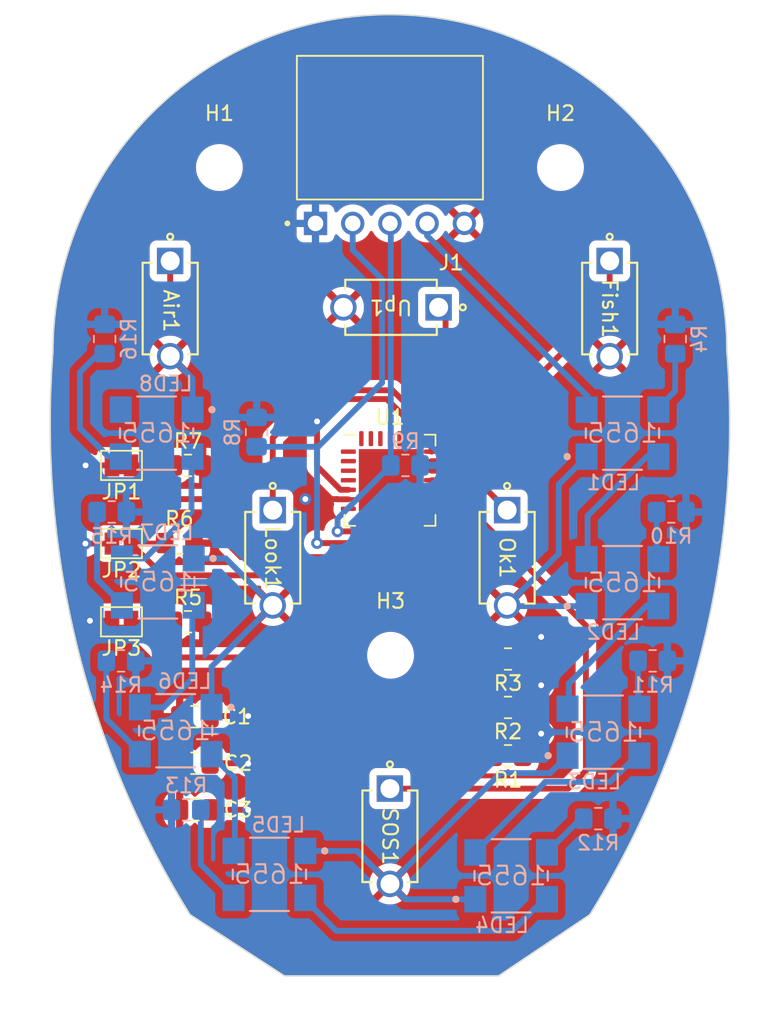
<source format=kicad_pcb>
(kicad_pcb (version 20221018) (generator pcbnew)
  (layers (0 "F.Cu" signal) (31 "B.Cu" signal) (34 "B.Paste" user) (35 "F.Paste" user) (36 "B.SilkS" user "B.Silkscreen") (37 "F.SilkS" user "F.Silkscreen") (38 "B.Mask" user) (39 "F.Mask" user) (44 "Edge.Cuts" user))
  (net 0 "")
  (net 1 "/Air")
  (net 2 "Earth")
  (net 3 "VCC")
  (net 4 "/Fish")
  (net 5 "/Look")
  (net 6 "/Ok?")
  (net 7 "Net-(U1-~{RESET})")
  (net 8 "Net-(U1-INTA)")
  (net 9 "Net-(U1-INTB)")
  (net 10 "/SDA")
  (net 11 "/SCL")
  (net 12 "/SOS")
  (net 19 "/Up")
  (net 27 "/LED_IN")
  (net 28 "Net-(JP3-A)")
  (net 29 "Net-(JP1-A)")
  (net 30 "Net-(JP2-A)")
  (net 31 "/LED_12")
  (net 32 "/LED_23")
  (net 33 "/LED_34")
  (net 34 "/LED_45")
  (net 35 "/LED_56")
  (net 36 "/LED_67")
  (net 37 "/LED_78")
  (net 39 "Net-(LED1-VDD)")
  (net 40 "Net-(LED2-VDD)")
  (net 41 "Net-(LED3-VDD)")
  (net 42 "Net-(LED4-VDD)")
  (net 43 "Net-(LED5-VDD)")
  (net 44 "Net-(LED6-VDD)")
  (net 45 "Net-(LED7-VDD)")
  (net 46 "Net-(LED8-VDD)")
  (footprint "Resistor_SMD:R_0805_2012Metric_Pad1.20x1.40mm_HandSolder" (layer "F.Cu") (at 153.392 96.825)
    (fp_text reference "R7" (at 0 -1.65) (layer "F.SilkS"))
    (fp_text value "10K")
    (pad "1" smd roundrect (at -1 0) (size 1.2 1.4) (layers "F.Cu" "F.Paste" "F.Mask") (roundrect_rratio 0.208333) (net 29 "Net-(JP1-A)"))
    (pad "2" smd roundrect (at 1 0) (size 1.2 1.4) (layers "F.Cu" "F.Paste" "F.Mask") (roundrect_rratio 0.208333) (net 2 "Earth"))
  )
  (footprint "2009_PCB:SW_TL1107-W_EWI" (layer "F.Cu") (at 159.175539 99.875901 -90)
    (fp_text reference "Look1" (at 3.250057 0 -90 unlocked) (layer "F.SilkS"))
    (fp_text value "SW_Push")
    (pad "1" thru_hole rect (at 0 0 270) (size 1.8034 1.8034) (drill 1.2954) (layers "*.Cu" "*.Mask") (net 5 "/Look"))
    (pad "2" thru_hole circle (at 6.500114 0 270) (size 1.8034 1.8034) (drill 1.2954) (layers "*.Cu" "*.Mask") (net 2 "Earth"))
  )
  (footprint "2009_PCB:SW_TL1107-W_EWI" (layer "F.Cu") (at 182.175539 82.875901 -90)
    (fp_text reference "Fish1" (at 3.250057 0 -90 unlocked) (layer "F.SilkS"))
    (fp_text value "SW_Push")
    (pad "1" thru_hole rect (at 0 0 270) (size 1.8034 1.8034) (drill 1.2954) (layers "*.Cu" "*.Mask") (net 4 "/Fish"))
    (pad "2" thru_hole circle (at 6.500114 0 270) (size 1.8034 1.8034) (drill 1.2954) (layers "*.Cu" "*.Mask") (net 2 "Earth"))
  )
  (footprint "Resistor_SMD:R_0805_2012Metric_Pad1.20x1.40mm_HandSolder" (layer "F.Cu") (at 175.236 110.033 180)
    (fp_text reference "R3" (at 0 -1.65) (layer "F.SilkS"))
    (fp_text value "10K")
    (pad "1" smd roundrect (at -1 0 180) (size 1.2 1.4) (layers "F.Cu" "F.Paste" "F.Mask") (roundrect_rratio 0.208333) (net 3 "VCC"))
    (pad "2" smd roundrect (at 1 0 180) (size 1.2 1.4) (layers "F.Cu" "F.Paste" "F.Mask") (roundrect_rratio 0.208333) (net 8 "Net-(U1-INTA)"))
  )
  (footprint "2009_PCB:SW_TL1107-W_EWI" (layer "F.Cu") (at 152.175539 82.875901 -90)
    (fp_text reference "Air1" hide)
    (fp_text value "SW_Push" hide)
    (pad "1" thru_hole rect (at 0 0 270) (size 1.8034 1.8034) (drill 1.2954) (layers "*.Cu" "*.Mask") (net 1 "/Air"))
    (pad "2" thru_hole circle (at 6.500114 0 270) (size 1.8034 1.8034) (drill 1.2954) (layers "*.Cu" "*.Mask") (net 2 "Earth"))
  )
  (footprint "Package_DFN_QFN:QFN-28-1EP_6x6mm_P0.65mm_EP4.25x4.25mm" (layer "F.Cu") (at 167.1755 97.8375)
    (fp_text reference "U1" (at 0 -4.3) (layer "F.SilkS"))
    (fp_text value "MCP23017_ML")
    (pad "1" smd roundrect (at -2.8375 -1.95) (size 1.025 0.3) (layers "F.Cu" "F.Paste" "F.Mask"))
    (pad "2" smd roundrect (at -2.8375 -1.3) (size 1.025 0.3) (layers "F.Cu" "F.Paste" "F.Mask"))
    (pad "3" smd roundrect (at -2.8375 -0.65) (size 1.025 0.3) (layers "F.Cu" "F.Paste" "F.Mask"))
    (pad "4" smd roundrect (at -2.8375 0) (size 1.025 0.3) (layers "F.Cu" "F.Paste" "F.Mask"))
    (pad "5" smd roundrect (at -2.8375 0.65) (size 1.025 0.3) (layers "F.Cu" "F.Paste" "F.Mask") (net 3 "VCC"))
    (pad "6" smd roundrect (at -2.8375 1.3) (size 1.025 0.3) (layers "F.Cu" "F.Paste" "F.Mask") (net 2 "Earth"))
    (pad "7" smd roundrect (at -2.8375 1.95) (size 1.025 0.3) (layers "F.Cu" "F.Paste" "F.Mask"))
    (pad "8" smd roundrect (at -1.95 2.8375) (size 0.3 1.025) (layers "F.Cu" "F.Paste" "F.Mask") (net 11 "/SCL"))
    (pad "9" smd roundrect (at -1.3 2.8375) (size 0.3 1.025) (layers "F.Cu" "F.Paste" "F.Mask") (net 10 "/SDA"))
    (pad "10" smd roundrect (at -0.65 2.8375) (size 0.3 1.025) (layers "F.Cu" "F.Paste" "F.Mask"))
    (pad "11" smd roundrect (at 0 2.8375) (size 0.3 1.025) (layers "F.Cu" "F.Paste" "F.Mask") (net 29 "Net-(JP1-A)"))
    (pad "12" smd roundrect (at 0.65 2.8375) (size 0.3 1.025) (layers "F.Cu" "F.Paste" "F.Mask") (net 30 "Net-(JP2-A)"))
    (pad "13" smd roundrect (at 1.3 2.8375) (size 0.3 1.025) (layers "F.Cu" "F.Paste" "F.Mask") (net 28 "Net-(JP3-A)"))
    (pad "14" smd roundrect (at 1.95 2.8375) (size 0.3 1.025) (layers "F.Cu" "F.Paste" "F.Mask") (net 7 "Net-(U1-~{RESET})"))
    (pad "15" smd roundrect (at 2.8375 1.95) (size 1.025 0.3) (layers "F.Cu" "F.Paste" "F.Mask") (net 9 "Net-(U1-INTB)"))
    (pad "16" smd roundrect (at 2.8375 1.3) (size 1.025 0.3) (layers "F.Cu" "F.Paste" "F.Mask") (net 8 "Net-(U1-INTA)"))
    (pad "17" smd roundrect (at 2.8375 0.65) (size 1.025 0.3) (layers "F.Cu" "F.Paste" "F.Mask") (net 12 "/SOS"))
    (pad "18" smd roundrect (at 2.8375 0) (size 1.025 0.3) (layers "F.Cu" "F.Paste" "F.Mask") (net 6 "/Ok?"))
    (pad "19" smd roundrect (at 2.8375 -0.65) (size 1.025 0.3) (layers "F.Cu" "F.Paste" "F.Mask") (net 4 "/Fish"))
    (pad "20" smd roundrect (at 2.8375 -1.3) (size 1.025 0.3) (layers "F.Cu" "F.Paste" "F.Mask") (net 19 "/Up"))
    (pad "21" smd roundrect (at 2.8375 -1.95) (size 1.025 0.3) (layers "F.Cu" "F.Paste" "F.Mask") (net 1 "/Air"))
    (pad "22" smd roundrect (at 1.95 -2.8375) (size 0.3 1.025) (layers "F.Cu" "F.Paste" "F.Mask") (net 5 "/Look"))
    (pad "23" smd roundrect (at 1.3 -2.8375) (size 0.3 1.025) (layers "F.Cu" "F.Paste" "F.Mask"))
    (pad "24" smd roundrect (at 0.65 -2.8375) (size 0.3 1.025) (layers "F.Cu" "F.Paste" "F.Mask"))
    (pad "25" smd roundrect (at 0 -2.8375) (size 0.3 1.025) (layers "F.Cu" "F.Paste" "F.Mask"))
    (pad "26" smd roundrect (at -0.65 -2.8375) (size 0.3 1.025) (layers "F.Cu" "F.Paste" "F.Mask"))
    (pad "27" smd roundrect (at -1.3 -2.8375) (size 0.3 1.025) (layers "F.Cu" "F.Paste" "F.Mask"))
    (pad "28" smd roundrect (at -1.95 -2.8375) (size 0.3 1.025) (layers "F.Cu" "F.Paste" "F.Mask"))
    (pad "29" smd rect (at 0 0) (size 4.25 4.25) (layers "F.Cu" "F.Mask"))
  )
  (footprint "MountingHole:MountingHole_2.7mm_M2.5" (layer "F.Cu") (at 178.817 76.505)
    (fp_text reference "H2" (at 0 -3.7) (layer "F.SilkS"))
    (fp_text value "MountingHole")
    (pad "" np_thru_hole circle (at 0 0) (size 2.7 2.7) (drill 2.7) (layers "*.Cu" "*.Mask"))
  )
  (footprint "2009_PCB:SW_TL1107-W_EWI" (layer "F.Cu") (at 167.175539 118.875901 -90)
    (fp_text reference "SOS1" (at 3.250057 0 -90 unlocked) (layer "F.SilkS"))
    (fp_text value "SW_Push")
    (pad "1" thru_hole rect (at 0 0 270) (size 1.8034 1.8034) (drill 1.2954) (layers "*.Cu" "*.Mask") (net 12 "/SOS"))
    (pad "2" thru_hole circle (at 6.500114 0 270) (size 1.8034 1.8034) (drill 1.2954) (layers "*.Cu" "*.Mask") (net 2 "Earth"))
  )
  (footprint "2009_PCB:SW_TL1107-W_EWI" (layer "F.Cu") (at 170.500236 86.0427 180)
    (fp_text reference "Up1" (at 3.250057 0 180 unlocked) (layer "F.SilkS"))
    (fp_text value "SW_Push")
    (pad "1" thru_hole rect (at 0 0 180) (size 1.8034 1.8034) (drill 1.2954) (layers "*.Cu" "*.Mask") (net 19 "/Up"))
    (pad "2" thru_hole circle (at 6.500114 0 180) (size 1.8034 1.8034) (drill 1.2954) (layers "*.Cu" "*.Mask") (net 2 "Earth"))
  )
  (footprint "2009_PCB:AMPHENOL_78208-105HLF" (layer "F.Cu") (at 167.175539 80.315 180)
    (fp_text reference "J1" (at -4.175 -2.68) (layer "F.SilkS"))
    (fp_text value "78208-105HLF")
    (pad "01" thru_hole rect (at 5.08 0 180) (size 1.59 1.59) (drill 1.06) (layers "*.Cu" "*.Mask") (net 3 "VCC"))
    (pad "02" thru_hole circle (at 2.54 0 180) (size 1.59 1.59) (drill 1.06) (layers "*.Cu" "*.Mask") (net 10 "/SDA"))
    (pad "03" thru_hole circle (at 0 0 180) (size 1.59 1.59) (drill 1.06) (layers "*.Cu" "*.Mask") (net 11 "/SCL"))
    (pad "04" thru_hole circle (at -2.54 0 180) (size 1.59 1.59) (drill 1.06) (layers "*.Cu" "*.Mask") (net 27 "/LED_IN"))
    (pad "05" thru_hole circle (at -5.08 0 180) (size 1.59 1.59) (drill 1.06) (layers "*.Cu" "*.Mask") (net 2 "Earth"))
  )
  (footprint "2009_PCB:SW_TL1107-W_EWI" (layer "F.Cu") (at 175.175539 99.875901 -90)
    (fp_text reference "Ok1" (at 3.250057 0 -90 unlocked) (layer "F.SilkS"))
    (fp_text value "SW_Push")
    (pad "1" thru_hole rect (at 0 0 270) (size 1.8034 1.8034) (drill 1.2954) (layers "*.Cu" "*.Mask") (net 6 "/Ok?"))
    (pad "2" thru_hole circle (at 6.500114 0 270) (size 1.8034 1.8034) (drill 1.2954) (layers "*.Cu" "*.Mask") (net 2 "Earth"))
  )
  (footprint "Jumper:SolderJumper-2_P1.3mm_Bridged2Bar_Pad1.0x1.5mm" (layer "F.Cu") (at 148.85 107.493 180)
    (fp_text reference "JP3" (at 0 -1.8) (layer "F.SilkS"))
    (fp_text value "SolderJumper_2_Open")
    (fp_poly (pts (xy -0.25 -0.6) (xy 0.25 -0.6) (xy 0.25 -0.2) (xy -0.25 -0.2)) (fill solid) (layer "F.Cu"))
    (fp_poly (pts (xy -0.25 0.2) (xy 0.25 0.2) (xy 0.25 0.6) (xy -0.25 0.6)) (fill solid) (layer "F.Cu"))
    (pad "1" smd rect (at -0.65 0 180) (size 1 1.5) (layers "F.Cu" "F.Mask") (net 28 "Net-(JP3-A)"))
    (pad "2" smd rect (at 0.65 0 180) (size 1 1.5) (layers "F.Cu" "F.Mask") (net 3 "VCC"))
  )
  (footprint "Jumper:SolderJumper-2_P1.3mm_Bridged2Bar_Pad1.0x1.5mm" (layer "F.Cu") (at 148.85 96.825 180)
    (fp_text reference "JP1" (at 0 -1.8) (layer "F.SilkS"))
    (fp_text value "SolderJumper_2_Open")
    (fp_poly (pts (xy -0.25 -0.6) (xy 0.25 -0.6) (xy 0.25 -0.2) (xy -0.25 -0.2)) (fill solid) (layer "F.Cu"))
    (fp_poly (pts (xy -0.25 0.2) (xy 0.25 0.2) (xy 0.25 0.6) (xy -0.25 0.6)) (fill solid) (layer "F.Cu"))
    (pad "1" smd rect (at -0.65 0 180) (size 1 1.5) (layers "F.Cu" "F.Mask") (net 29 "Net-(JP1-A)"))
    (pad "2" smd rect (at 0.65 0 180) (size 1 1.5) (layers "F.Cu" "F.Mask") (net 3 "VCC"))
  )
  (footprint "Resistor_SMD:R_0805_2012Metric_Pad1.20x1.40mm_HandSolder" (layer "F.Cu") (at 153.392 107.493)
    (fp_text reference "R5" (at 0 -1.65) (layer "F.SilkS"))
    (fp_text value "10K")
    (pad "1" smd roundrect (at -1 0) (size 1.2 1.4) (layers "F.Cu" "F.Paste" "F.Mask") (roundrect_rratio 0.208333) (net 28 "Net-(JP3-A)"))
    (pad "2" smd roundrect (at 1 0) (size 1.2 1.4) (layers "F.Cu" "F.Paste" "F.Mask") (roundrect_rratio 0.208333) (net 2 "Earth"))
  )
  (footprint "MountingHole:MountingHole_2.7mm_M2.5" (layer "F.Cu") (at 155.535 76.505)
    (fp_text reference "H1" (at 0 -3.7) (layer "F.SilkS"))
    (fp_text value "MountingHole")
    (pad "" np_thru_hole circle (at 0 0) (size 2.7 2.7) (drill 2.7) (layers "*.Cu" "*.Mask"))
  )
  (footprint "Capacitor_SMD:C_0805_2012Metric_Pad1.18x1.45mm_HandSolder" (layer "F.Cu") (at 153.8625 120.32 180)
    (fp_text reference "C3" (at -2.9425 0) (layer "F.SilkS"))
    (fp_text value "0.1μF")
    (pad "1" smd roundrect (at -1.0375 0 180) (size 1.175 1.45) (layers "F.Cu" "F.Paste" "F.Mask") (roundrect_rratio 0.212766) (net 3 "VCC"))
    (pad "2" smd roundrect (at 1.0375 0 180) (size 1.175 1.45) (layers "F.Cu" "F.Paste" "F.Mask") (roundrect_rratio 0.212766) (net 2 "Earth"))
  )
  (footprint "Resistor_SMD:R_0805_2012Metric_Pad1.20x1.40mm_HandSolder" (layer "F.Cu") (at 152.8 102.125)
    (fp_text reference "R6" (at 0 -1.65) (layer "F.SilkS"))
    (fp_text value "10K")
    (pad "1" smd roundrect (at -1 0) (size 1.2 1.4) (layers "F.Cu" "F.Paste" "F.Mask") (roundrect_rratio 0.208333) (net 30 "Net-(JP2-A)"))
    (pad "2" smd roundrect (at 1 0) (size 1.2 1.4) (layers "F.Cu" "F.Paste" "F.Mask") (roundrect_rratio 0.208333) (net 2 "Earth"))
  )
  (footprint "Capacitor_SMD:C_0805_2012Metric_Pad1.18x1.45mm_HandSolder" (layer "F.Cu") (at 153.8625 113.97 180)
    (fp_text reference "C1" (at -2.8585 0) (layer "F.SilkS"))
    (fp_text value "10μF")
    (pad "1" smd roundrect (at -1.0375 0 180) (size 1.175 1.45) (layers "F.Cu" "F.Paste" "F.Mask") (roundrect_rratio 0.212766) (net 3 "VCC"))
    (pad "2" smd roundrect (at 1.0375 0 180) (size 1.175 1.45) (layers "F.Cu" "F.Paste" "F.Mask") (roundrect_rratio 0.212766) (net 2 "Earth"))
  )
  (footprint "Resistor_SMD:R_0805_2012Metric_Pad1.20x1.40mm_HandSolder" (layer "F.Cu") (at 175.236 113.335 180)
    (fp_text reference "R2" (at 0 -1.65) (layer "F.SilkS"))
    (fp_text value "10K")
    (pad "1" smd roundrect (at -1 0 180) (size 1.2 1.4) (layers "F.Cu" "F.Paste" "F.Mask") (roundrect_rratio 0.208333) (net 3 "VCC"))
    (pad "2" smd roundrect (at 1 0 180) (size 1.2 1.4) (layers "F.Cu" "F.Paste" "F.Mask") (roundrect_rratio 0.208333) (net 9 "Net-(U1-INTB)"))
  )
  (footprint "MountingHole:MountingHole_2.7mm_M2.5" (layer "F.Cu") (at 167.219 109.779)
    (fp_text reference "H3" (at 0 -3.7) (layer "F.SilkS"))
    (fp_text value "MountingHole")
    (pad "" np_thru_hole circle (at 0 0) (size 2.7 2.7) (drill 2.7) (layers "*.Cu" "*.Mask"))
  )
  (footprint "Jumper:SolderJumper-2_P1.3mm_Bridged2Bar_Pad1.0x1.5mm" (layer "F.Cu") (at 148.85 102.159 180)
    (fp_text reference "JP2" (at 0 -1.8) (layer "F.SilkS"))
    (fp_text value "SolderJumper_2_Open")
    (fp_poly (pts (xy -0.25 -0.6) (xy 0.25 -0.6) (xy 0.25 -0.2) (xy -0.25 -0.2)) (fill solid) (layer "F.Cu"))
    (fp_poly (pts (xy -0.25 0.2) (xy 0.25 0.2) (xy 0.25 0.6) (xy -0.25 0.6)) (fill solid) (layer "F.Cu"))
    (pad "1" smd rect (at -0.65 0 180) (size 1 1.5) (layers "F.Cu" "F.Mask") (net 30 "Net-(JP2-A)"))
    (pad "2" smd rect (at 0.65 0 180) (size 1 1.5) (layers "F.Cu" "F.Mask") (net 3 "VCC"))
  )
  (footprint "Capacitor_SMD:C_0805_2012Metric_Pad1.18x1.45mm_HandSolder" (layer "F.Cu") (at 153.8625 117.145 180)
    (fp_text reference "C2" (at -2.9425 0) (layer "F.SilkS"))
    (fp_text value "10μF")
    (pad "1" smd roundrect (at -1.0375 0 180) (size 1.175 1.45) (layers "F.Cu" "F.Paste" "F.Mask") (roundrect_rratio 0.212766) (net 3 "VCC"))
    (pad "2" smd roundrect (at 1.0375 0 180) (size 1.175 1.45) (layers "F.Cu" "F.Paste" "F.Mask") (roundrect_rratio 0.212766) (net 2 "Earth"))
  )
  (footprint "Resistor_SMD:R_0805_2012Metric_Pad1.20x1.40mm_HandSolder" (layer "F.Cu") (at 175.236 116.637 180)
    (fp_text reference "R1" (at 0 -1.65) (layer "F.SilkS"))
    (fp_text value "10K")
    (pad "1" smd roundrect (at -1 0 180) (size 1.2 1.4) (layers "F.Cu" "F.Paste" "F.Mask") (roundrect_rratio 0.208333) (net 3 "VCC"))
    (pad "2" smd roundrect (at 1 0 180) (size 1.2 1.4) (layers "F.Cu" "F.Paste" "F.Mask") (roundrect_rratio 0.208333) (net 7 "Net-(U1-~{RESET})"))
  )
  (footprint "Resistor_SMD:R_0805_2012Metric_Pad1.20x1.40mm_HandSolder" (layer "B.Cu") (at 181.4 120.925)
    (fp_text reference "R12" (at 0 1.65) (layer "B.SilkS") (effects (justify mirror)))
    (fp_text value "10K")
    (pad "1" smd roundrect (at -1 0) (size 1.2 1.4) (layers "B.Cu" "B.Paste" "B.Mask") (roundrect_rratio 0.208333) (net 42 "Net-(LED4-VDD)"))
    (pad "2" smd roundrect (at 1 0) (size 1.2 1.4) (layers "B.Cu" "B.Paste" "B.Mask") (roundrect_rratio 0.208333) (net 3 "VCC"))
  )
  (footprint "2009_PCB:Adafruit-1655-0-0-0" (layer "B.Cu") (at 152.55 114.925)
    (fp_text reference "LED6" (at 2.55 -3.375) (layer "B.SilkS") (effects (justify left mirror)))
    (fp_text value "1655" (at 0 0) (layer "B.SilkS") (effects (font (size 1.27 1.27)) (justify mirror)))
    (pad "1" smd rect (at 2.45 -1.6) (size 1.5 1.8) (layers "B.Cu" "B.Paste" "B.Mask") (net 2 "Earth"))
    (pad "2" smd rect (at 2.45 1.6) (size 1.5 1.8) (layers "B.Cu" "B.Paste" "B.Mask") (net 35 "/LED_56"))
    (pad "3" smd rect (at -2.45 1.6) (size 1.5 1.8) (layers "B.Cu" "B.Paste" "B.Mask") (net 44 "Net-(LED6-VDD)"))
    (pad "4" smd rect (at -2.45 -1.6) (size 1.5 1.8) (layers "B.Cu" "B.Paste" "B.Mask") (net 36 "/LED_67"))
  )
  (footprint "Resistor_SMD:R_0805_2012Metric_Pad1.20x1.40mm_HandSolder" (layer "B.Cu") (at 153.265 120.32 180)
    (fp_text reference "R13" (at 0 1.65) (layer "B.SilkS") (effects (justify mirror)))
    (fp_text value "10K")
    (pad "1" smd roundrect (at -1 0 180) (size 1.2 1.4) (layers "B.Cu" "B.Paste" "B.Mask") (roundrect_rratio 0.208333) (net 43 "Net-(LED5-VDD)"))
    (pad "2" smd roundrect (at 1 0 180) (size 1.2 1.4) (layers "B.Cu" "B.Paste" "B.Mask") (roundrect_rratio 0.208333) (net 3 "VCC"))
  )
  (footprint "2009_PCB:Adafruit-1655-0-0-0" (layer "B.Cu") (at 181.75 115.025 180)
    (fp_text reference "LED3" (at 2.55 -3.375) (layer "B.SilkS") (effects (justify right mirror)))
    (fp_text value "1655" (at 0 0) (layer "B.SilkS") (effects (font (size 1.27 1.27)) (justify mirror)))
    (pad "1" smd rect (at 2.45 -1.6 180) (size 1.5 1.8) (layers "B.Cu" "B.Paste" "B.Mask") (net 2 "Earth"))
    (pad "2" smd rect (at 2.45 1.6 180) (size 1.5 1.8) (layers "B.Cu" "B.Paste" "B.Mask") (net 32 "/LED_23"))
    (pad "3" smd rect (at -2.45 1.6 180) (size 1.5 1.8) (layers "B.Cu" "B.Paste" "B.Mask") (net 41 "Net-(LED3-VDD)"))
    (pad "4" smd rect (at -2.45 -1.6 180) (size 1.5 1.8) (layers "B.Cu" "B.Paste" "B.Mask") (net 33 "/LED_34"))
  )
  (footprint "Resistor_SMD:R_0805_2012Metric_Pad1.20x1.40mm_HandSolder" (layer "B.Cu") (at 158.075 94.555 -90)
    (fp_text reference "R8" (at 0 1.65 90) (layer "B.SilkS") (effects (justify mirror)))
    (fp_text value "10K")
    (pad "1" smd roundrect (at -1 0 270) (size 1.2 1.4) (layers "B.Cu" "B.Paste" "B.Mask") (roundrect_rratio 0.208333) (net 3 "VCC"))
    (pad "2" smd roundrect (at 1 0 270) (size 1.2 1.4) (layers "B.Cu" "B.Paste" "B.Mask") (roundrect_rratio 0.208333) (net 10 "/SDA"))
  )
  (footprint "2009_PCB:Adafruit-1655-0-0-0" (layer "B.Cu") (at 183.05 94.625 180)
    (fp_text reference "LED1" (at 2.55 -3.375) (layer "B.SilkS") (effects (justify right mirror)))
    (fp_text value "1655" (at 0 0) (layer "B.SilkS") (effects (font (size 1.27 1.27)) (justify mirror)))
    (pad "1" smd rect (at 2.45 -1.6 180) (size 1.5 1.8) (layers "B.Cu" "B.Paste" "B.Mask") (net 2 "Earth"))
    (pad "2" smd rect (at 2.45 1.6 180) (size 1.5 1.8) (layers "B.Cu" "B.Paste" "B.Mask") (net 27 "/LED_IN"))
    (pad "3" smd rect (at -2.45 1.6 180) (size 1.5 1.8) (layers "B.Cu" "B.Paste" "B.Mask") (net 39 "Net-(LED1-VDD)"))
    (pad "4" smd rect (at -2.45 -1.6 180) (size 1.5 1.8) (layers "B.Cu" "B.Paste" "B.Mask") (net 31 "/LED_12"))
  )
  (footprint "2009_PCB:Adafruit-1655-0-0-0" (layer "B.Cu") (at 151.3289 104.774999)
    (fp_text reference "LED7" (at 2.55 -3.375) (layer "B.SilkS") (effects (justify left mirror)))
    (fp_text value "1655" (at 0 0) (layer "B.SilkS") (effects (font (size 1.27 1.27)) (justify mirror)))
    (pad "1" smd rect (at 2.45 -1.6) (size 1.5 1.8) (layers "B.Cu" "B.Paste" "B.Mask") (net 2 "Earth"))
    (pad "2" smd rect (at 2.45 1.6) (size 1.5 1.8) (layers "B.Cu" "B.Paste" "B.Mask") (net 36 "/LED_67"))
    (pad "3" smd rect (at -2.45 1.6) (size 1.5 1.8) (layers "B.Cu" "B.Paste" "B.Mask") (net 45 "Net-(LED7-VDD)"))
    (pad "4" smd rect (at -2.45 -1.6) (size 1.5 1.8) (layers "B.Cu" "B.Paste" "B.Mask") (net 37 "/LED_78"))
  )
  (footprint "2009_PCB:Adafruit-1655-0-0-0" (layer "B.Cu") (at 183.05 104.825 180)
    (fp_text reference "LED2" (at 2.55 -3.375) (layer "B.SilkS") (effects (justify right mirror)))
    (fp_text value "1655" (at 0 0) (layer "B.SilkS") (effects (font (size 1.27 1.27)) (justify mirror)))
    (pad "1" smd rect (at 2.45 -1.6 180) (size 1.5 1.8) (layers "B.Cu" "B.Paste" "B.Mask") (net 2 "Earth"))
    (pad "2" smd rect (at 2.45 1.6 180) (size 1.5 1.8) (layers "B.Cu" "B.Paste" "B.Mask") (net 31 "/LED_12"))
    (pad "3" smd rect (at -2.45 1.6 180) (size 1.5 1.8) (layers "B.Cu" "B.Paste" "B.Mask") (net 40 "Net-(LED2-VDD)"))
    (pad "4" smd rect (at -2.45 -1.6 180) (size 1.5 1.8) (layers "B.Cu" "B.Paste" "B.Mask") (net 32 "/LED_23"))
  )
  (footprint "2009_PCB:Adafruit-1655-0-0-0" (layer "B.Cu") (at 151.25 94.625)
    (fp_text reference "LED8" (at 2.55 -3.375) (layer "B.SilkS") (effects (justify left mirror)))
    (fp_text value "1655" (at 0 0) (layer "B.SilkS") (effects (font (size 1.27 1.27)) (justify mirror)))
    (pad "1" smd rect (at 2.45 -1.6) (size 1.5 1.8) (layers "B.Cu" "B.Paste" "B.Mask") (net 2 "Earth"))
    (pad "2" smd rect (at 2.45 1.6) (size 1.5 1.8) (layers "B.Cu" "B.Paste" "B.Mask") (net 37 "/LED_78"))
    (pad "3" smd rect (at -2.45 1.6) (size 1.5 1.8) (layers "B.Cu" "B.Paste" "B.Mask") (net 46 "Net-(LED8-VDD)"))
    (pad "4" smd rect (at -2.45 -1.6) (size 1.5 1.8) (layers "B.Cu" "B.Paste" "B.Mask"))
  )
  (footprint "Resistor_SMD:R_0805_2012Metric_Pad1.20x1.40mm_HandSolder" (layer "B.Cu") (at 186.65 88.205 90)
    (fp_text reference "R4" (at 0 1.65 90) (layer "B.SilkS") (effects (justify mirror)))
    (fp_text value "10K")
    (pad "1" smd roundrect (at -1 0 90) (size 1.2 1.4) (layers "B.Cu" "B.Paste" "B.Mask") (roundrect_rratio 0.208333) (net 39 "Net-(LED1-VDD)"))
    (pad "2" smd roundrect (at 1 0 90) (size 1.2 1.4) (layers "B.Cu" "B.Paste" "B.Mask") (roundrect_rratio 0.208333) (net 3 "VCC"))
  )
  (footprint "Resistor_SMD:R_0805_2012Metric_Pad1.20x1.40mm_HandSolder" (layer "B.Cu") (at 147.702 88.205 90)
    (fp_text reference "R16" (at 0 1.65 90) (layer "B.SilkS") (effects (justify mirror)))
    (fp_text value "10K")
    (pad "1" smd roundrect (at -1 0 90) (size 1.2 1.4) (layers "B.Cu" "B.Paste" "B.Mask") (roundrect_rratio 0.208333) (net 46 "Net-(LED8-VDD)"))
    (pad "2" smd roundrect (at 1 0 90) (size 1.2 1.4) (layers "B.Cu" "B.Paste" "B.Mask") (roundrect_rratio 0.208333) (net 3 "VCC"))
  )
  (footprint "Resistor_SMD:R_0805_2012Metric_Pad1.20x1.40mm_HandSolder" (layer "B.Cu") (at 148.185 100)
    (fp_text reference "R15" (at 0 1.65) (layer "B.SilkS") (effects (justify mirror)))
    (fp_text value "10K")
    (pad "1" smd roundrect (at -1 0) (size 1.2 1.4) (layers "B.Cu" "B.Paste" "B.Mask") (roundrect_rratio 0.208333) (net 45 "Net-(LED7-VDD)"))
    (pad "2" smd roundrect (at 1 0) (size 1.2 1.4) (layers "B.Cu" "B.Paste" "B.Mask") (roundrect_rratio 0.208333) (net 3 "VCC"))
  )
  (footprint "Resistor_SMD:R_0805_2012Metric_Pad1.20x1.40mm_HandSolder" (layer "B.Cu") (at 185.11 110.16)
    (fp_text reference "R11" (at 0 1.65) (layer "B.SilkS") (effects (justify mirror)))
    (fp_text value "10K")
    (pad "1" smd roundrect (at -1 0) (size 1.2 1.4) (layers "B.Cu" "B.Paste" "B.Mask") (roundrect_rratio 0.208333) (net 41 "Net-(LED3-VDD)"))
    (pad "2" smd roundrect (at 1 0) (size 1.2 1.4) (layers "B.Cu" "B.Paste" "B.Mask") (roundrect_rratio 0.208333) (net 3 "VCC"))
  )
  (footprint "2009_PCB:Adafruit-1655-0-0-0" (layer "B.Cu") (at 158.95 124.725)
    (fp_text reference "LED5" (at 2.55 -3.375) (layer "B.SilkS") (effects (justify left mirror)))
    (fp_text value "1655" (at 0 0) (layer "B.SilkS") (effects (font (size 1.27 1.27)) (justify mirror)))
    (pad "1" smd rect (at 2.45 -1.6) (size 1.5 1.8) (layers "B.Cu" "B.Paste" "B.Mask") (net 2 "Earth"))
    (pad "2" smd rect (at 2.45 1.6) (size 1.5 1.8) (layers "B.Cu" "B.Paste" "B.Mask") (net 34 "/LED_45"))
    (pad "3" smd rect (at -2.45 1.6) (size 1.5 1.8) (layers "B.Cu" "B.Paste" "B.Mask") (net 43 "Net-(LED5-VDD)"))
    (pad "4" smd rect (at -2.45 -1.6) (size 1.5 1.8) (layers "B.Cu" "B.Paste" "B.Mask") (net 35 "/LED_56"))
  )
  (footprint "Resistor_SMD:R_0805_2012Metric_Pad1.20x1.40mm_HandSolder" (layer "B.Cu") (at 168.235 96.825 180)
    (fp_text reference "R9" (at 0 1.65) (layer "B.SilkS") (effects (justify mirror)))
    (fp_text value "10K" hide)
    (pad "1" smd roundrect (at -1 0 180) (size 1.2 1.4) (layers "B.Cu" "B.Paste" "B.Mask") (roundrect_rratio 0.208333) (net 3 "VCC"))
    (pad "2" smd roundrect (at 1 0 180) (size 1.2 1.4) (layers "B.Cu" "B.Paste" "B.Mask") (roundrect_rratio 0.208333) (net 11 "/SCL"))
  )
  (footprint "Resistor_SMD:R_0805_2012Metric_Pad1.20x1.40mm_HandSolder" (layer "B.Cu") (at 148.82 110.16)
    (fp_text reference "R14" (at 0 1.65) (layer "B.SilkS") (effects (justify mirror)))
    (fp_text value "10K")
    (pad "1" smd roundrect (at -1 0) (size 1.2 1.4) (layers "B.Cu" "B.Paste" "B.Mask") (roundrect_rratio 0.208333) (net 44 "Net-(LED6-VDD)"))
    (pad "2" smd roundrect (at 1 0) (size 1.2 1.4) (layers "B.Cu" "B.Paste" "B.Mask") (roundrect_rratio 0.208333) (net 3 "VCC"))
  )
  (footprint "2009_PCB:Adafruit-1655-0-0-0" (layer "B.Cu") (at 175.45 124.825 180)
    (fp_text reference "LED4" (at 2.55 -3.375) (layer "B.SilkS") (effects (justify right mirror)))
    (fp_text value "1655" (at 0 0) (layer "B.SilkS") (effects (font (size 1.27 1.27)) (justify mirror)))
    (pad "1" smd rect (at 2.45 -1.6 180) (size 1.5 1.8) (layers "B.Cu" "B.Paste" "B.Mask") (net 2 "Earth"))
    (pad "2" smd rect (at 2.45 1.6 180) (size 1.5 1.8) (layers "B.Cu" "B.Paste" "B.Mask") (net 33 "/LED_34"))
    (pad "3" smd rect (at -2.45 1.6 180) (size 1.5 1.8) (layers "B.Cu" "B.Paste" "B.Mask") (net 42 "Net-(LED4-VDD)"))
    (pad "4" smd rect (at -2.45 -1.6 180) (size 1.5 1.8) (layers "B.Cu" "B.Paste" "B.Mask") (net 34 "/LED_45"))
  )
  (footprint "Resistor_SMD:R_0805_2012Metric_Pad1.20x1.40mm_HandSolder" (layer "B.Cu") (at 186.38 100)
    (fp_text reference "R10" (at 0 1.65) (layer "B.SilkS") (effects (justify mirror)))
    (fp_text value "10K")
    (pad "1" smd roundrect (at -1 0) (size 1.2 1.4) (layers "B.Cu" "B.Paste" "B.Mask") (roundrect_rratio 0.208333) (net 40 "Net-(LED2-VDD)"))
    (pad "2" smd roundrect (at 1 0) (size 1.2 1.4) (layers "B.Cu" "B.Paste" "B.Mask") (roundrect_rratio 0.208333) (net 3 "VCC"))
  )
  (gr_arc (start 144.176 89.075) (mid 167.176 66.075) (end 190.176 89.075) (stroke (width 0.1)) (layer "Edge.Cuts"))
  (gr_arc (start 153.534533 127.473287) (mid 145.79377 109.0203) (end 144.176 89.075) (stroke (width 0.1)) (layer "Edge.Cuts"))
  (gr_line (start 174.585 131.65) (end 180.817467 127.473287) (stroke (width 0.1)) (layer "Edge.Cuts"))
  (gr_arc (start 190.176 89.075) (mid 188.558229 109.020299) (end 180.817467 127.473287) (stroke (width 0.1)) (layer "Edge.Cuts"))
  (gr_line (start 159.98 131.65) (end 174.585 131.65) (stroke (width 0.1)) (layer "Edge.Cuts"))
  (gr_line (start 153.534533 127.473287) (end 159.98 131.65) (stroke (width 0.1)) (layer "Edge.Cuts"))
  (gr_text "Air1" (at 152.233 86.284 270) (layer "F.SilkS") (effects (font (size 1 1))))
  (segment (start 158.35 91.7) (end 152.175539 85.525539) (width 0.4) (layer "F.Cu") (net 1))
  (segment (start 152.175539 85.525539) (end 152.175539 82.875901) (width 0.4) (layer "F.Cu") (net 1))
  (segment (start 167.3497 91.7) (end 158.35 91.7) (width 0.4) (layer "F.Cu") (net 1))
  (segment (start 170.013 94.3633) (end 167.3497 91.7) (width 0.4) (layer "F.Cu") (net 1))
  (segment (start 170.013 95.8875) (end 170.013 94.3633) (width 0.4) (layer "F.Cu") (net 1))
  (segment (start 154.392 96.825) (end 154.392 97.461448) (width 0.4) (layer "F.Cu") (net 2))
  (segment (start 156.05 97.575) (end 157.3 98.825) (width 0.4) (layer "F.Cu") (net 2))
  (segment (start 157.3 101.275) (end 157.9 101.875) (width 0.4) (layer "F.Cu") (net 2))
  (segment (start 163.59272 99.125) (end 163.60522 99.1375) (width 0.4) (layer "F.Cu") (net 2))
  (segment (start 160.4 101.875) (end 161.4005 100.8745) (width 0.4) (layer "F.Cu") (net 2))
  (segment (start 154.505552 97.575) (end 156.05 97.575) (width 0.4) (layer "F.Cu") (net 2))
  (segment (start 157.9 101.875) (end 160.4 101.875) (width 0.4) (layer "F.Cu") (net 2))
  (segment (start 154.46 107.425) (end 154.392 107.493) (width 0.4) (layer "F.Cu") (net 2))
  (segment (start 163.60522 99.1375) (end 164.338 99.1375) (width 0.4) (layer "F.Cu") (net 2))
  (segment (start 157.3 98.825) (end 157.3 101.275) (width 0.4) (layer "F.Cu") (net 2))
  (segment (start 154.46 96.893) (end 154.392 96.825) (width 0.4) (layer "F.Cu") (net 2))
  (segment (start 161.4005 100.8745) (end 161.4005 99.125) (width 0.4) (layer "F.Cu") (net 2))
  (segment (start 161.4005 99.125) (end 163.59272 99.125) (width 0.4) (layer "F.Cu") (net 2))
  (segment (start 154.392 97.461448) (end 154.505552 97.575) (width 0.4) (layer "F.Cu") (net 2))
  (via (at 161.4005 99.125) (size 0.8) (drill 0.4) (layers "F.Cu" "B.Cu") (net 2))
  (segment (start 164.924524 123.125) (end 167.175539 125.376015) (width 0.4) (layer "B.Cu") (net 2))
  (segment (start 168.224524 126.425) (end 167.175539 125.376015) (width 0.4) (layer "B.Cu") (net 2))
  (segment (start 180.6 106.425) (end 175.224524 106.425) (width 0.4) (layer "B.Cu") (net 2))
  (segment (start 173 126.425) (end 168.224524 126.425) (width 0.4) (layer "B.Cu") (net 2))
  (segment (start 155.974523 103.174999) (end 159.175539 106.376015) (width 0.4) (layer "B.Cu") (net 2))
  (segment (start 161.4 123.125) (end 164.924524 123.125) (width 0.4) (layer "B.Cu") (net 2))
  (segment (start 174.736554 117.815) (end 167.175539 125.376015) (width 0.4) (layer "B.Cu") (net 2))
  (segment (start 173.035799 126.375) (end 173.0458 126.364999) (width 0.4) (layer "B.Cu") (net 2))
  (segment (start 154.95 113.329) (end 154.956 113.335) (width 0.4) (layer "B.Cu") (net 2))
  (segment (start 175.224524 106.425) (end 175.175539 106.376015) (width 0.4) (layer "B.Cu") (net 2))
  (segment (start 178.7 98.125) (end 180.6 96.225) (width 0.4) (layer "B.Cu") (net 2))
  (segment (start 153.7 93.025) (end 153.7 90.900476) (width 0.4) (layer "B.Cu") (net 2))
  (segment (start 153.7789 103.174999) (end 155.974523 103.174999) (width 0.4) (layer "B.Cu") (net 2))
  (segment (start 180.655798 96.225) (end 180.6658 96.214998) (width 0.4) (layer "B.Cu") (net 2))
  (segment (start 178.7 102.851554) (end 175.175539 106.376015) (width 0.4) (layer "B.Cu") (net 2))
  (segment (start 178.11 117.815) (end 174.736554 117.815) (width 0.4) (layer "B.Cu") (net 2))
  (segment (start 178.7 98.125) (end 178.7 102.851554) (width 0.4) (layer "B.Cu") (net 2))
  (segment (start 153.64 93.025) (end 153.63 93.015) (width 0.4) (layer "B.Cu") (net 2))
  (segment (start 161.315999 123.175) (end 161.306 123.165001) (width 0.4) (layer "B.Cu") (net 2))
  (segment (start 155 113.325) (end 155 110.551554) (width 0.4) (layer "B.Cu") (net 2))
  (segment (start 179.3 116.625) (end 178.11 117.815) (width 0.4) (layer "B.Cu") (net 2))
  (segment (start 180.6 96.225) (end 180.655798 96.225) (width 0.4) (layer "B.Cu") (net 2))
  (segment (start 153.7 90.900476) (end 152.175539 89.376015) (width 0.4) (layer "B.Cu") (net 2))
  (segment (start 155 110.551554) (end 159.175539 106.376015) (width 0.4) (layer "B.Cu") (net 2))
  (segment (start 154.945 113.925) (end 154.9 113.97) (width 0.4) (layer "F.Cu") (net 3))
  (segment (start 157.5 120.325) (end 157.495 120.32) (width 0.4) (layer "F.Cu") (net 3))
  (segment (start 162.2 96.883752) (end 163.803748 98.4875) (width 0.4) (layer "F.Cu") (net 3))
  (segment (start 177.5 115.125) (end 177.5 115.373) (width 0.4) (layer "F.Cu") (net 3))
  (segment (start 177.5 111.825) (end 177.5 112.071) (width 0.4) (layer "F.Cu") (net 3))
  (segment (start 147.69 107.425) (end 147.758 107.493) (width 0.4) (layer "F.Cu") (net 3))
  (segment (start 157.495 120.32) (end 154.9 120.32) (width 0.4) (layer "F.Cu") (net 3))
  (segment (start 157.5 113.925) (end 157.455 113.97) (width 0.4) (layer "F.Cu") (net 3))
  (segment (start 176.248 116.625) (end 176.236 116.637) (width 0.4) (layer "F.Cu") (net 3))
  (segment (start 177.5 108.769) (end 176.236 110.033) (width 0.4) (layer "F.Cu") (net 3))
  (segment (start 157.47 117.145) (end 154.9 117.145) (width 0.4) (layer "F.Cu") (net 3))
  (segment (start 146.7 107.425) (end 147.69 107.425) (width 0.4) (layer "F.Cu") (net 3))
  (segment (start 177.5 115.373) (end 176.236 116.637) (width 0.4) (layer "F.Cu") (net 3))
  (segment (start 177.5 112.071) (end 176.236 113.335) (width 0.4) (layer "F.Cu") (net 3))
  (segment (start 157.5 113.925) (end 154.945 113.925) (width 0.4) (layer "F.Cu") (net 3))
  (segment (start 177.5 108.525) (end 177.5 108.769) (width 0.4) (layer "F.Cu") (net 3))
  (segment (start 163.803748 98.4875) (end 164.338 98.4875) (width 0.4) (layer "F.Cu") (net 3))
  (segment (start 147.758 102.159) (end 146.3855 102.159) (width 0.4) (layer "F.Cu") (net 3))
  (segment (start 146.4 96.825) (end 148.2 96.825) (width 0.4) (layer "F.Cu") (net 3))
  (segment (start 157.5 117.175) (end 157.47 117.145) (width 0.4) (layer "F.Cu") (net 3))
  (segment (start 162.2 93.825) (end 162.2 96.883752) (width 0.4) (layer "F.Cu") (net 3))
  (via (at 157.5 113.925) (size 0.8) (drill 0.4) (layers "F.Cu" "B.Cu") (net 3))
  (via (at 146.4 96.825) (size 0.8) (drill 0.4) (layers "F.Cu" "B.Cu") (net 3))
  (via (at 177.5 115.125) (size 0.8) (drill 0.4) (layers "F.Cu" "B.Cu") (net 3))
  (via (at 146.3855 102.159) (size 0.8) (drill 0.4) (layers "F.Cu" "B.Cu") (net 3))
  (via (at 162.2 93.825) (size 0.8) (drill 0.4) (layers "F.Cu" "B.Cu") (net 3))
  (via (at 177.5 108.525) (size 0.8) (drill 0.4) (layers "F.Cu" "B.Cu") (net 3))
  (via (at 177.5 111.825) (size 0.8) (drill 0.4) (layers "F.Cu" "B.Cu") (net 3))
  (via (at 146.7 107.425) (size 0.8) (drill 0.4) (layers "F.Cu" "B.Cu") (net 3))
  (via (at 157.5 120.325) (size 0.8) (drill 0.4) (layers "F.Cu" "B.Cu") (net 3))
  (via (at 157.5 117.175) (size 0.8) (drill 0.4) (layers "F.Cu" "B.Cu") (net 3))
  (segment (start 152.3 120.355) (end 152.265 120.32) (width 0.4) (layer "B.Cu") (net 3))
  (segment (start 187.405 99.975) (end 187.38 100) (width 0.4) (layer "B.Cu") (net 3))
  (segment (start 147.7 87.203) (end 147.702 87.205) (width 0.4) (layer "B.Cu") (net 3))
  (segment (start 182.175539 85.899161) (end 182.175539 82.875901) (width 0.4) (layer "F.Cu") (net 4))
  (segment (start 170.013 97.1875) (end 170.8872 97.1875) (width 0.4) (layer "F.Cu") (net 4))
  (segment (start 170.8872 97.1875) (end 182.175539 85.899161) (width 0.4) (layer "F.Cu") (net 4))
  (segment (start 159.175539 94.949461) (end 159.175539 99.875901) (width 0.4) (layer "F.Cu") (net 5))
  (segment (start 169.1255 95) (end 169.1255 94.465748) (width 0.4) (layer "F.Cu") (net 5))
  (segment (start 169.1255 94.465748) (end 166.959752 92.3) (width 0.4) (layer "F.Cu") (net 5))
  (segment (start 166.959752 92.3) (end 161.825 92.3) (width 0.4) (layer "F.Cu") (net 5))
  (segment (start 161.825 92.3) (end 159.175539 94.949461) (width 0.4) (layer "F.Cu") (net 5))
  (segment (start 170.013 97.8375) (end 173.137138 97.8375) (width 0.4) (layer "F.Cu") (net 6))
  (segment (start 173.137138 97.8375) (end 175.175539 99.875901) (width 0.4) (layer "F.Cu") (net 6))
  (segment (start 171.734 114.135) (end 174.236 116.637) (width 0.4) (layer "F.Cu") (net 7))
  (segment (start 169.1255 100.675) (end 171.734 103.2835) (width 0.4) (layer "F.Cu") (net 7))
  (segment (start 171.734 103.2835) (end 171.734 114.135) (width 0.4) (layer "F.Cu") (net 7))
  (segment (start 172.934 101.524248) (end 172.934 108.763) (width 0.4) (layer "F.Cu") (net 8))
  (segment (start 170.547252 99.1375) (end 172.934 101.524248) (width 0.4) (layer "F.Cu") (net 8))
  (segment (start 174.204 110.033) (end 174.236 110.033) (width 0.4) (layer "F.Cu") (net 8))
  (segment (start 172.934 108.763) (end 174.204 110.033) (width 0.4) (layer "F.Cu") (net 8))
  (segment (start 170.013 99.1375) (end 170.547252 99.1375) (width 0.4) (layer "F.Cu") (net 8))
  (segment (start 172.334 111.433) (end 174.236 113.335) (width 0.4) (layer "F.Cu") (net 9))
  (segment (start 172.334 102.1085) (end 172.334 111.433) (width 0.4) (layer "F.Cu") (net 9))
  (segment (start 170.013 99.7875) (end 172.334 102.1085) (width 0.4) (layer "F.Cu") (net 9))
  (segment (start 165.8755 101.209252) (end 165.8755 100.675) (width 0.4) (layer "F.Cu") (net 10))
  (segment (start 164.959752 102.125) (end 165.8755 101.209252) (width 0.4) (layer "F.Cu") (net 10))
  (segment (start 162.2 102.125) (end 164.959752 102.125) (width 0.4) (layer "F.Cu") (net 10))
  (via (at 162.2 102.125) (size 0.8) (drill 0.4) (layers "F.Cu" "B.Cu") (net 10))
  (segment (start 166.635 84.125) (end 164.635539 82.125539) (width 0.4) (layer "B.Cu") (net 10))
  (segment (start 166.635 91.19) (end 162.2 95.625) (width 0.4) (layer "B.Cu") (net 10))
  (segment (start 166.635 91.19) (end 166.635 84.125) (width 0.4) (layer "B.Cu") (net 10))
  (segment (start 158.075 95.555) (end 162.27 95.555) (width 0.4) (layer "B.Cu") (net 10))
  (segment (start 162.2 95.625) (end 162.2 102.125) (width 0.4) (layer "B.Cu") (net 10))
  (segment (start 164.635539 82.125539) (end 164.635539 80.315) (width 0.4) (layer "B.Cu") (net 10))
  (segment (start 162.27 95.555) (end 166.635 91.19) (width 0.4) (layer "B.Cu") (net 10))
  (segment (start 163.6 101.3255) (end 164.575 101.3255) (width 0.4) (layer "F.Cu") (net 11))
  (segment (start 164.575 101.3255) (end 165.2255 100.675) (width 0.4) (layer "F.Cu") (net 11))
  (via (at 163.6 101.3255) (size 0.8) (drill 0.4) (layers "F.Cu" "B.Cu") (net 11))
  (segment (start 163.6 101.3255) (end 163.6 100.46) (width 0.4) (layer "B.Cu") (net 11))
  (segment (start 167.235 96.825) (end 167.235 80.374461) (width 0.4) (layer "B.Cu") (net 11))
  (segment (start 163.6 100.46) (end 167.235 96.825) (width 0.4) (layer "B.Cu") (net 11))
  (segment (start 167.235 80.374461) (end 167.175539 80.315) (width 0.4) (layer "B.Cu") (net 11))
  (segment (start 170.013 98.4875) (end 171.2945 98.4875) (width 0.4) (layer "F.Cu") (net 12))
  (segment (start 180.554 117.653) (end 179.331099 118.875901) (width 0.4) (layer "F.Cu") (net 12))
  (segment (start 179.331099 118.875901) (end 167.175539 118.875901) (width 0.4) (layer "F.Cu") (net 12))
  (segment (start 171.2945 98.4875) (end 180.554 107.747) (width 0.4) (layer "F.Cu") (net 12))
  (segment (start 180.554 107.747) (end 180.554 109.271) (width 0.4) (layer "F.Cu") (net 12))
  (segment (start 180.554 109.271) (end 180.554 117.653) (width 0.4) (layer "F.Cu") (net 12))
  (segment (start 170.9755 86.517964) (end 170.500236 86.0427) (width 0.4) (layer "F.Cu") (net 19))
  (segment (start 170.617962 96.5375) (end 170.9755 96.179962) (width 0.4) (layer "F.Cu") (net 19))
  (segment (start 170.9755 96.179962) (end 170.9755 86.517964) (width 0.4) (layer "F.Cu") (net 19))
  (segment (start 170.013 96.5375) (end 170.617962 96.5375) (width 0.4) (layer "F.Cu") (net 19))
  (segment (start 169.715539 81.160539) (end 180.6658 92.1108) (width 0.4) (layer "B.Cu") (net 27))
  (segment (start 180.6658 92.1108) (end 180.6658 93.015) (width 0.4) (layer "B.Cu") (net 27))
  (segment (start 169.715539 80.315) (end 169.715539 81.160539) (width 0.4) (layer "B.Cu") (net 27))
  (segment (start 160.156808 109.925) (end 151.932 109.925) (width 0.4) (layer "F.Cu") (net 28))
  (segment (start 168.4755 101.606308) (end 160.156808 109.925) (width 0.4) (layer "F.Cu") (net 28))
  (segment (start 149.5 107.493) (end 152.392 107.493) (width 0.4) (layer "F.Cu") (net 28))
  (segment (start 151.932 109.925) (end 149.5 107.493) (width 0.4) (layer "F.Cu") (net 28))
  (segment (start 168.4755 100.675) (end 168.4755 101.606308) (width 0.4) (layer "F.Cu") (net 28))
  (segment (start 167.1755 101.209252) (end 167.1755 100.675) (width 0.4) (layer "F.Cu") (net 29))
  (segment (start 156.15 100.125) (end 156.15 102.225) (width 0.4) (layer "F.Cu") (net 29))
  (segment (start 156.15 102.225) (end 157.008 103.083) (width 0.4) (layer "F.Cu") (net 29))
  (segment (start 149.5 96.825) (end 151.8 99.125) (width 0.4) (layer "F.Cu") (net 29))
  (segment (start 165.301752 103.083) (end 167.1755 101.209252) (width 0.4) (layer "F.Cu") (net 29))
  (segment (start 157.008 103.083) (end 165.301752 103.083) (width 0.4) (layer "F.Cu") (net 29))
  (segment (start 149.5 96.825) (end 152.392 96.825) (width 0.4) (layer "F.Cu") (net 29))
  (segment (start 151.8 99.125) (end 155.15 99.125) (width 0.4) (layer "F.Cu") (net 29))
  (segment (start 155.15 99.125) (end 156.15 100.125) (width 0.4) (layer "F.Cu") (net 29))
  (segment (start 167.8255 101.40778) (end 167.8255 100.675) (width 0.4) (layer "F.Cu") (net 30))
  (segment (start 151.766 102.159) (end 151.8 102.125) (width 0.4) (layer "F.Cu") (net 30))
  (segment (start 149.5 102.159) (end 151.766 102.159) (width 0.4) (layer "F.Cu") (net 30))
  (segment (start 164.90828 104.325) (end 167.8255 101.40778) (width 0.4) (layer "F.Cu") (net 30))
  (segment (start 151.666 104.325) (end 164.90828 104.325) (width 0.4) (layer "F.Cu") (net 30))
  (segment (start 149.5 102.159) (end 151.666 104.325) (width 0.4) (layer "F.Cu") (net 30))
  (segment (start 185.38 96.214998) (end 184.720002 96.214998) (width 0.4) (layer "B.Cu") (net 31))
  (segment (start 184.720002 96.214998) (end 180.6658 100.2692) (width 0.4) (layer "B.Cu") (net 31))
  (segment (start 180.6658 100.2692) (end 180.6658 103.175) (width 0.4) (layer "B.Cu") (net 31))
  (segment (start 184.720002 106.374998) (end 179.3958 111.6992) (width 0.4) (layer "B.Cu") (net 32))
  (segment (start 185.38 106.374998) (end 184.720002 106.374998) (width 0.4) (layer "B.Cu") (net 32))
  (segment (start 179.3958 111.6992) (end 179.3958 113.335) (width 0.4) (layer "B.Cu") (net 32))
  (segment (start 177.76 118.450801) (end 173.0458 123.165001) (width 0.4) (layer "B.Cu") (net 33))
  (segment (start 182.864998 117.78) (end 182.84 117.78) (width 0.4) (layer "B.Cu") (net 33))
  (segment (start 182.84 117.78) (end 182.205 118.415) (width 0.4) (layer "B.Cu") (net 33))
  (segment (start 177.76 118.415) (end 177.76 118.450801) (width 0.4) (layer "B.Cu") (net 33))
  (segment (start 182.205 118.415) (end 177.76 118.415) (width 0.4) (layer "B.Cu") (net 33))
  (segment (start 184.11 116.534998) (end 182.864998 117.78) (width 0.4) (layer "B.Cu") (net 33))
  (segment (start 175.549999 128.575) (end 177.76 126.364999) (width 0.4) (layer "B.Cu") (net 34))
  (segment (start 163.516001 128.575) (end 175.549999 128.575) (width 0.4) (layer "B.Cu") (net 34))
  (segment (start 161.306 126.364999) (end 163.516001 128.575) (width 0.4) (layer "B.Cu") (net 34))
  (segment (start 154.956 116.534998) (end 156.5918 118.170798) (width 0.4) (layer "B.Cu") (net 35))
  (segment (start 156.5918 118.170798) (end 156.5918 123.165001) (width 0.4) (layer "B.Cu") (net 35))
  (segment (start 150.2418 113.335) (end 151.725 113.335) (width 0.4) (layer "B.Cu") (net 36))
  (segment (start 153.686 111.374) (end 153.686 106.374998) (width 0.4) (layer "B.Cu") (net 36))
  (segment (start 151.725 113.335) (end 153.686 111.374) (width 0.4) (layer "B.Cu") (net 36))
  (segment (start 148.9718 103.175) (end 150.455 103.175) (width 0.4) (layer "B.Cu") (net 37))
  (segment (start 153.63 100) (end 153.63 96.214998) (width 0.4) (layer "B.Cu") (net 37))
  (segment (start 150.455 103.175) (end 153.63 100) (width 0.4) (layer "B.Cu") (net 37))
  (segment (start 186.65 91.745) (end 186.65 89.205) (width 0.4) (layer "B.Cu") (net 39))
  (segment (start 185.38 93.015) (end 186.65 91.745) (width 0.4) (layer "B.Cu") (net 39))
  (segment (start 185.38 100) (end 185.38 103.175) (width 0.4) (layer "B.Cu") (net 40))
  (segment (start 184.11 110.16) (end 184.11 113.335) (width 0.4) (layer "B.Cu") (net 41))
  (segment (start 180.4 120.925) (end 180.2 120.925) (width 0.4) (layer "B.Cu") (net 42))
  (segment (start 180.2 120.925) (end 177.9 123.225) (width 0.4) (layer "B.Cu") (net 42))
  (segment (start 177.76 123.165001) (end 177.76 122.765) (width 0.4) (layer "B.Cu") (net 42))
  (segment (start 154.265 124.038199) (end 154.265 120.32) (width 0.4) (layer "B.Cu") (net 43))
  (segment (start 156.5918 126.364999) (end 154.265 124.038199) (width 0.4) (layer "B.Cu") (net 43))
  (segment (start 150.2418 116.534998) (end 147.82 114.113198) (width 0.4) (layer "B.Cu") (net 44))
  (segment (start 147.82 114.113198) (end 147.82 110.16) (width 0.4) (layer "B.Cu") (net 44))
  (segment (start 147.185 104.588198) (end 147.185 100) (width 0.4) (layer "B.Cu") (net 45))
  (segment (start 148.9718 106.374998) (end 147.185 104.588198) (width 0.4) (layer "B.Cu") (net 45))
  (segment (start 146.01 94.285) (end 146.01 90.475) (width 0.4) (layer "B.Cu") (net 46))
  (segment (start 148.9158 96.214998) (end 147.939998 96.214998) (width 0.4) (layer "B.Cu") (net 46))
  (segment (start 147.939998 96.214998) (end 146.01 94.285) (width 0.4) (layer "B.Cu") (net 46))
  (segment (start 147.28 89.205) (end 147.702 89.205) (width 0.4) (layer "B.Cu") (net 46))
  (segment (start 146.01 90.475) (end 147.28 89.205) (width 0.4) (layer "B.Cu") (net 46))
  (zone (net 2) (net_name "Earth") (layer "F.Cu") (connect_pads (clearance 0.5)) (min_thickness 0.25) (fill yes (thermal_gap 0.5) (thermal_bridge_width 0.5))
    (polygon (pts (xy 142.2 65.075) (xy 193 65.075) (xy 193 134.925) (xy 142.2 134.925)))
  )
  (zone (net 3) (net_name "VCC") (layer "B.Cu") (priority 1) (connect_pads (clearance 0.5)) (min_thickness 0.25) (fill yes (thermal_gap 0.5) (thermal_bridge_width 0.5))
    (polygon (pts (xy 142.2 65.075) (xy 193 65.075) (xy 193 134.925) (xy 142.2 134.925)))
  )
)
</source>
